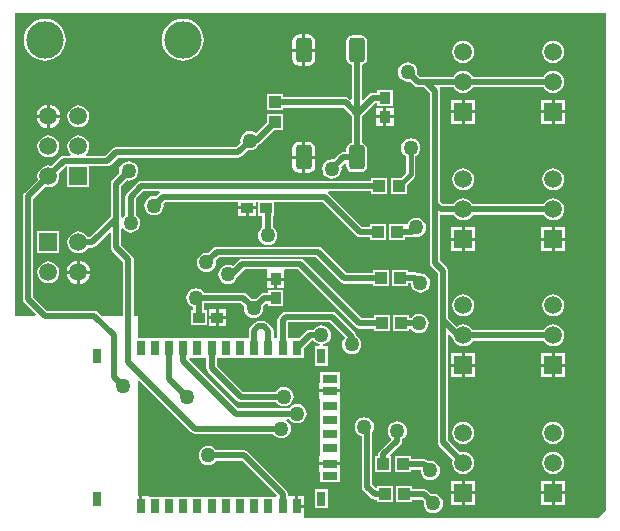
<source format=gtl>
%FSLAX25Y25*%
%MOIN*%
G70*
G01*
G75*
G04 Layer_Physical_Order=1*
G04 Layer_Color=255*
%ADD10R,0.03937X0.03937*%
G04:AMPARAMS|DCode=11|XSize=83mil|YSize=55mil|CornerRadius=13.75mil|HoleSize=0mil|Usage=FLASHONLY|Rotation=90.000|XOffset=0mil|YOffset=0mil|HoleType=Round|Shape=RoundedRectangle|*
%AMROUNDEDRECTD11*
21,1,0.08300,0.02750,0,0,90.0*
21,1,0.05550,0.05500,0,0,90.0*
1,1,0.02750,0.01375,0.02775*
1,1,0.02750,0.01375,-0.02775*
1,1,0.02750,-0.01375,-0.02775*
1,1,0.02750,-0.01375,0.02775*
%
%ADD11ROUNDEDRECTD11*%
%ADD12R,0.03150X0.05118*%
%ADD13R,0.05118X0.03150*%
%ADD14R,0.03740X0.03937*%
%ADD15R,0.03937X0.03740*%
%ADD16R,0.03937X0.03937*%
%ADD17C,0.01500*%
%ADD18C,0.02000*%
%ADD19R,0.05906X0.05906*%
%ADD20C,0.05906*%
%ADD21C,0.12500*%
%ADD22C,0.05000*%
G36*
X345500Y137000D02*
Y136500D01*
X343000Y134000D01*
X245043D01*
Y134441D01*
X245043D01*
Y137500D01*
X242469D01*
Y138000D01*
X241968D01*
Y141559D01*
X239894D01*
Y141559D01*
X239831D01*
X239477Y141913D01*
Y142256D01*
X239346Y142919D01*
X238970Y143482D01*
X226226Y156226D01*
X225663Y156601D01*
X225000Y156733D01*
X215704D01*
X215282Y157282D01*
X214614Y157795D01*
X213835Y158118D01*
X213000Y158228D01*
X212165Y158118D01*
X211386Y157795D01*
X210718Y157282D01*
X210205Y156614D01*
X209882Y155835D01*
X209772Y155000D01*
X209882Y154165D01*
X210205Y153386D01*
X210718Y152718D01*
X211386Y152205D01*
X212165Y151882D01*
X213000Y151772D01*
X213835Y151882D01*
X214614Y152205D01*
X215282Y152718D01*
X215704Y153267D01*
X224282D01*
X235828Y141721D01*
X235636Y141259D01*
X235469Y141259D01*
X235382D01*
X235295D01*
X235116Y141259D01*
X235116Y141259D01*
Y141259D01*
X230924D01*
X230924Y141259D01*
Y141259D01*
X230745Y141259D01*
X230658D01*
X230570D01*
X230391Y141259D01*
X230391Y141259D01*
Y141259D01*
X226199D01*
X226199Y141259D01*
Y141259D01*
X226021Y141259D01*
X225933D01*
X225846D01*
X225667Y141259D01*
X225667Y141259D01*
Y141259D01*
X221475D01*
X221475Y141259D01*
Y141259D01*
X221296Y141259D01*
X221209D01*
X221121D01*
X220942Y141259D01*
X220942Y141259D01*
Y141259D01*
X216750D01*
X216750Y141259D01*
Y141259D01*
X216572Y141259D01*
X216484D01*
X216397D01*
X216218Y141259D01*
X216218Y141259D01*
Y141259D01*
X212026D01*
X212026Y141259D01*
Y141259D01*
X211847Y141259D01*
X211760D01*
X211672D01*
X211494Y141259D01*
X211494Y141259D01*
Y141259D01*
X207302D01*
X207302Y141259D01*
Y141259D01*
X207123Y141259D01*
X207035D01*
X206948D01*
X206769Y141259D01*
X206769Y141259D01*
Y141259D01*
X202577D01*
X202577Y141259D01*
Y141259D01*
X202398Y141259D01*
X202311D01*
X202224D01*
X202045Y141259D01*
X202045Y141259D01*
Y141259D01*
X197853D01*
X197853Y141259D01*
Y141259D01*
X197674Y141259D01*
X197587D01*
X197499D01*
X197320Y141259D01*
X197320Y141259D01*
Y141259D01*
X193075D01*
Y141559D01*
X191000D01*
Y138000D01*
X190000D01*
Y141559D01*
X189500D01*
Y179796D01*
X189962Y179987D01*
X207274Y162674D01*
X207274Y162674D01*
X207274D01*
X207274Y162674D01*
X207274D01*
X207274Y162674D01*
Y162674D01*
Y162674D01*
D01*
D01*
X207274D01*
Y162674D01*
X207837Y162299D01*
X208500Y162167D01*
X234697D01*
X235118Y161618D01*
X235786Y161105D01*
X236565Y160782D01*
X237400Y160672D01*
X238235Y160782D01*
X239014Y161105D01*
X239682Y161618D01*
X240195Y162286D01*
X240518Y163065D01*
X240628Y163900D01*
X240518Y164735D01*
X240195Y165514D01*
X239682Y166182D01*
X239016Y166693D01*
X239032Y166738D01*
X239209Y167167D01*
X239896D01*
X240318Y166618D01*
X240986Y166105D01*
X241765Y165782D01*
X242600Y165672D01*
X243435Y165782D01*
X244214Y166105D01*
X244882Y166618D01*
X245395Y167286D01*
X245718Y168065D01*
X245828Y168900D01*
X245718Y169735D01*
X245395Y170514D01*
X244882Y171182D01*
X244214Y171695D01*
X243435Y172018D01*
X242600Y172128D01*
X241765Y172018D01*
X240986Y171695D01*
X240318Y171182D01*
X239896Y170633D01*
X222991D01*
X206590Y187035D01*
X206781Y187497D01*
X206948Y187497D01*
X207035D01*
X207123D01*
X207302Y187497D01*
X207302Y187497D01*
Y187497D01*
X211494D01*
X211494Y187497D01*
Y187497D01*
X211672Y187497D01*
X211760D01*
X211847D01*
X212026Y187497D01*
X212026Y187497D01*
Y187497D01*
X212389D01*
Y184100D01*
X212521Y183437D01*
X212896Y182874D01*
X212896Y182874D01*
X212896Y182874D01*
X222535Y173235D01*
X223098Y172860D01*
X223761Y172728D01*
X223761Y172728D01*
X235603D01*
X235918Y172318D01*
X236586Y171805D01*
X237365Y171482D01*
X238200Y171372D01*
X239035Y171482D01*
X239814Y171805D01*
X240482Y172318D01*
X240995Y172986D01*
X241318Y173765D01*
X241428Y174600D01*
X241318Y175435D01*
X240995Y176214D01*
X240482Y176882D01*
X239814Y177395D01*
X239035Y177718D01*
X238200Y177828D01*
X237365Y177718D01*
X236586Y177395D01*
X235918Y176882D01*
X235405Y176214D01*
X235397Y176194D01*
X224479D01*
X215855Y184818D01*
Y187497D01*
X216218D01*
X216218Y187497D01*
Y187497D01*
X216397Y187497D01*
X216484D01*
X216572D01*
X216750Y187497D01*
X216750Y187497D01*
Y187497D01*
X220942D01*
X220942Y187497D01*
Y187497D01*
X221121Y187497D01*
X221209D01*
X221296D01*
X221475Y187497D01*
X221475Y187497D01*
Y187497D01*
X225667D01*
X225667Y187497D01*
Y187497D01*
X225846Y187497D01*
X225933D01*
X226021D01*
X226199Y187497D01*
X226199Y187497D01*
Y187497D01*
X230570D01*
Y187497D01*
X230570D01*
X230570Y187497D01*
X230745D01*
Y187497D01*
X235116D01*
X235116Y187497D01*
Y187497D01*
X235295Y187497D01*
X235382D01*
X235469D01*
X235648Y187497D01*
X235648Y187497D01*
Y187497D01*
X239840D01*
X239840Y187497D01*
Y187497D01*
X240019Y187497D01*
X240106D01*
X240194D01*
X240372Y187497D01*
X240372Y187497D01*
Y187497D01*
X244743D01*
Y190579D01*
X247526Y193362D01*
X248025Y193330D01*
X248418Y192818D01*
X249086Y192305D01*
X249865Y191982D01*
X250074Y191955D01*
X250041Y191456D01*
X248461D01*
Y184938D01*
X253011D01*
Y191456D01*
X251359D01*
X251326Y191955D01*
X251535Y191982D01*
X252314Y192305D01*
X252982Y192818D01*
X253495Y193486D01*
X253818Y194265D01*
X253928Y195100D01*
X253818Y195935D01*
X253495Y196714D01*
X252982Y197382D01*
X252314Y197895D01*
X251535Y198218D01*
X250700Y198328D01*
X249865Y198218D01*
X249086Y197895D01*
X248418Y197382D01*
X247996Y196833D01*
X246813D01*
X246149Y196701D01*
X245587Y196326D01*
X243276Y194015D01*
X240372D01*
X240372Y194015D01*
Y194015D01*
X240194Y194015D01*
X240106D01*
X240019D01*
X239840Y194015D01*
X239840Y194015D01*
Y194015D01*
X239477D01*
Y199326D01*
X239618Y199467D01*
X253482D01*
X258527Y194422D01*
X258518Y194282D01*
X258005Y193614D01*
X257682Y192835D01*
X257572Y192000D01*
X257682Y191165D01*
X258005Y190386D01*
X258518Y189718D01*
X259186Y189205D01*
X259965Y188882D01*
X260800Y188772D01*
X261635Y188882D01*
X262414Y189205D01*
X263082Y189718D01*
X263595Y190386D01*
X263918Y191165D01*
X264028Y192000D01*
X263918Y192835D01*
X263595Y193614D01*
X263082Y194282D01*
X262509Y194722D01*
X262401Y195263D01*
X262026Y195826D01*
X255426Y202426D01*
X254863Y202801D01*
X254200Y202933D01*
X238900D01*
X238237Y202801D01*
X237674Y202426D01*
X236519Y201270D01*
X236143Y200707D01*
X236011Y200044D01*
Y194015D01*
X235648D01*
X235648Y194015D01*
Y194015D01*
X235469Y194015D01*
X235382D01*
X235295D01*
X235116Y194015D01*
X235116Y194015D01*
Y194015D01*
X234753D01*
Y196480D01*
X234621Y197144D01*
X234245Y197706D01*
X232726Y199226D01*
X232163Y199601D01*
X231500Y199733D01*
X229700D01*
X229037Y199601D01*
X228474Y199226D01*
X227070Y197821D01*
X226694Y197259D01*
X226562Y196595D01*
Y194015D01*
X226199D01*
X226199Y194015D01*
Y194015D01*
X226021Y194015D01*
X225933D01*
X225846D01*
X225667Y194015D01*
X225667Y194015D01*
Y194015D01*
X221475D01*
X221475Y194015D01*
Y194015D01*
X221296Y194015D01*
X221209D01*
X221121D01*
X220942Y194015D01*
X220942Y194015D01*
Y194015D01*
X216750D01*
X216750Y194015D01*
Y194015D01*
X216572Y194015D01*
X216484D01*
X216397D01*
X216218Y194015D01*
X216218Y194015D01*
Y194015D01*
X212026D01*
X212026Y194015D01*
Y194015D01*
X211847Y194015D01*
X211760D01*
X211672D01*
X211494Y194015D01*
X211494Y194015D01*
Y194015D01*
X207302D01*
X207302Y194015D01*
Y194015D01*
X207123Y194015D01*
X207035D01*
X206948D01*
X206769Y194015D01*
X206769Y194015D01*
Y194015D01*
X202577D01*
X202577Y194015D01*
Y194015D01*
X202398Y194015D01*
X202311D01*
X202224D01*
X202045Y194015D01*
X202045Y194015D01*
Y194015D01*
X197853D01*
X197853Y194015D01*
Y194015D01*
X197674Y194015D01*
X197587D01*
X197499D01*
X197320Y194015D01*
X197320Y194015D01*
Y194015D01*
X193128D01*
X193128Y194015D01*
Y194015D01*
X192950Y194015D01*
X192862D01*
X192775D01*
X192596Y194015D01*
X192596Y194015D01*
Y194015D01*
X189500D01*
Y201500D01*
X188133D01*
Y220300D01*
X188133Y220300D01*
X188133Y220300D01*
Y220300D01*
X188133D01*
X188133Y220300D01*
X188001Y220963D01*
X187626Y221526D01*
X183933Y225218D01*
Y230593D01*
X184407Y230753D01*
X184818Y230218D01*
X185486Y229705D01*
X186265Y229382D01*
X187100Y229272D01*
X187935Y229382D01*
X188714Y229705D01*
X189382Y230218D01*
X189895Y230886D01*
X190218Y231665D01*
X190328Y232500D01*
X190218Y233335D01*
X189895Y234114D01*
X189382Y234782D01*
X188833Y235204D01*
Y240482D01*
X191318Y242967D01*
X196623D01*
X196768Y242488D01*
X196674Y242426D01*
X195586Y241337D01*
X194900Y241428D01*
X194065Y241318D01*
X193286Y240995D01*
X192618Y240482D01*
X192105Y239814D01*
X191782Y239035D01*
X191672Y238200D01*
X191782Y237365D01*
X192105Y236586D01*
X192618Y235918D01*
X193286Y235405D01*
X194065Y235082D01*
X194900Y234972D01*
X195735Y235082D01*
X196514Y235405D01*
X197182Y235918D01*
X197695Y236586D01*
X198018Y237365D01*
X198128Y238200D01*
X198037Y238886D01*
X198618Y239467D01*
X222982D01*
Y238000D01*
X228919D01*
Y239467D01*
X229581D01*
Y234930D01*
X231067D01*
Y231003D01*
X230518Y230582D01*
X230005Y229914D01*
X229682Y229135D01*
X229572Y228300D01*
X229682Y227465D01*
X230005Y226686D01*
X230518Y226018D01*
X231186Y225505D01*
X231965Y225182D01*
X232800Y225072D01*
X233635Y225182D01*
X234414Y225505D01*
X235082Y226018D01*
X235595Y226686D01*
X235918Y227465D01*
X236028Y228300D01*
X235918Y229135D01*
X235595Y229914D01*
X235082Y230582D01*
X234533Y231003D01*
Y234930D01*
X234918D01*
Y239467D01*
X251082D01*
X262308Y228241D01*
X262308Y228241D01*
X262308D01*
X262308Y228241D01*
X262308D01*
X262308Y228241D01*
Y228241D01*
Y228241D01*
D01*
D01*
X262308D01*
Y228241D01*
X262870Y227865D01*
X263533Y227733D01*
X266883D01*
Y226798D01*
X272220D01*
Y232135D01*
X266883D01*
Y231200D01*
X264251D01*
X253026Y242426D01*
X252932Y242488D01*
X253077Y242967D01*
X267384D01*
Y242032D01*
X272721D01*
Y247369D01*
X267384D01*
Y246433D01*
X190600D01*
X189937Y246301D01*
X189374Y245926D01*
X185874Y242426D01*
X185499Y241863D01*
X185367Y241200D01*
Y235204D01*
X184818Y234782D01*
X184407Y234247D01*
X183933Y234407D01*
Y244782D01*
X185814Y246663D01*
X186500Y246572D01*
X187335Y246682D01*
X188114Y247005D01*
X188782Y247518D01*
X189295Y248186D01*
X189618Y248965D01*
X189728Y249800D01*
X189618Y250635D01*
X189295Y251414D01*
X188782Y252082D01*
X188114Y252595D01*
X187335Y252918D01*
X186500Y253028D01*
X185665Y252918D01*
X184886Y252595D01*
X184218Y252082D01*
X183705Y251414D01*
X183382Y250635D01*
X183272Y249800D01*
X183363Y249114D01*
X180974Y246726D01*
X180599Y246163D01*
X180467Y245500D01*
Y234518D01*
X173682Y227733D01*
X172936D01*
X172891Y227842D01*
X172305Y228605D01*
X171542Y229191D01*
X170654Y229559D01*
X169700Y229684D01*
X168746Y229559D01*
X167858Y229191D01*
X167095Y228605D01*
X166509Y227842D01*
X166141Y226954D01*
X166016Y226000D01*
X166141Y225046D01*
X166509Y224158D01*
X167095Y223395D01*
X167858Y222809D01*
X168746Y222441D01*
X169700Y222316D01*
X170654Y222441D01*
X171542Y222809D01*
X172305Y223395D01*
X172891Y224158D01*
X172936Y224267D01*
X174400D01*
X175063Y224399D01*
X175626Y224774D01*
X180005Y229153D01*
X180467Y228962D01*
Y224500D01*
X180599Y223837D01*
X180974Y223274D01*
X180974Y223274D01*
X180974Y223274D01*
X184667Y219582D01*
Y201500D01*
X177451D01*
X176226Y202726D01*
X175663Y203101D01*
X175000Y203233D01*
X159218D01*
X154733Y207718D01*
Y240582D01*
X158638Y244486D01*
X158746Y244441D01*
X159700Y244316D01*
X160654Y244441D01*
X161542Y244809D01*
X162305Y245395D01*
X162891Y246158D01*
X163259Y247046D01*
X163384Y248000D01*
X163259Y248954D01*
X163214Y249062D01*
X165518Y251367D01*
X166047D01*
Y244347D01*
X173353D01*
Y251367D01*
X179200D01*
X179863Y251499D01*
X180426Y251874D01*
X180426Y251874D01*
X180426Y251874D01*
X182818Y254267D01*
X223000D01*
X223663Y254399D01*
X224226Y254774D01*
X224226Y254774D01*
X224226Y254774D01*
X226214Y256763D01*
X226900Y256672D01*
X227735Y256782D01*
X228514Y257105D01*
X229182Y257618D01*
X229695Y258286D01*
X229734Y258381D01*
X230174Y258674D01*
X234983Y263484D01*
X237868D01*
Y268821D01*
X232531D01*
Y265935D01*
X228954Y262357D01*
X228514Y262695D01*
X227735Y263018D01*
X226900Y263128D01*
X226065Y263018D01*
X225286Y262695D01*
X224618Y262182D01*
X224105Y261514D01*
X223782Y260735D01*
X223672Y259900D01*
X223763Y259214D01*
X222282Y257733D01*
X182100D01*
X181437Y257601D01*
X180874Y257226D01*
X178482Y254833D01*
X172351D01*
X172190Y255307D01*
X172305Y255395D01*
X172891Y256158D01*
X173259Y257046D01*
X173384Y258000D01*
X173259Y258954D01*
X172891Y259842D01*
X172305Y260605D01*
X171542Y261191D01*
X170654Y261559D01*
X169700Y261684D01*
X168746Y261559D01*
X167858Y261191D01*
X167095Y260605D01*
X166509Y259842D01*
X166141Y258954D01*
X166016Y258000D01*
X166141Y257046D01*
X166509Y256158D01*
X167095Y255395D01*
X167210Y255307D01*
X167049Y254833D01*
X164800D01*
X164137Y254701D01*
X163574Y254326D01*
X160762Y251514D01*
X160654Y251559D01*
X159700Y251684D01*
X158746Y251559D01*
X157858Y251191D01*
X157095Y250605D01*
X156509Y249842D01*
X156141Y248954D01*
X156016Y248000D01*
X156141Y247046D01*
X156186Y246938D01*
X151774Y242526D01*
X151399Y241963D01*
X151267Y241300D01*
Y207000D01*
X151399Y206337D01*
X151774Y205774D01*
X151774Y205774D01*
X151774Y205774D01*
X151774Y205774D01*
Y205774D01*
X155587Y201962D01*
X155395Y201500D01*
X148500D01*
Y302500D01*
X345500D01*
Y137000D01*
D02*
G37*
%LPC*%
G36*
X283200Y202228D02*
X282365Y202118D01*
X281586Y201795D01*
X280918Y201282D01*
X280497Y200733D01*
X279917D01*
Y201669D01*
X274580D01*
Y196332D01*
X279917D01*
Y197267D01*
X280497D01*
X280918Y196718D01*
X281586Y196205D01*
X282365Y195882D01*
X283200Y195772D01*
X284035Y195882D01*
X284814Y196205D01*
X285482Y196718D01*
X285995Y197386D01*
X286318Y198165D01*
X286428Y199000D01*
X286318Y199835D01*
X285995Y200614D01*
X285482Y201282D01*
X284814Y201795D01*
X284035Y202118D01*
X283200Y202228D01*
D02*
G37*
G36*
X219018Y200400D02*
X216550D01*
Y198030D01*
X219018D01*
Y200400D01*
D02*
G37*
G36*
X215550Y203770D02*
X213081D01*
Y201400D01*
X215550D01*
Y203770D01*
D02*
G37*
G36*
X328000Y208684D02*
X327046Y208559D01*
X326158Y208191D01*
X325395Y207605D01*
X324809Y206842D01*
X324441Y205954D01*
X324316Y205000D01*
X324441Y204046D01*
X324809Y203158D01*
X325395Y202395D01*
X326158Y201809D01*
X327046Y201441D01*
X328000Y201316D01*
X328954Y201441D01*
X329842Y201809D01*
X330605Y202395D01*
X331191Y203158D01*
X331559Y204046D01*
X331684Y205000D01*
X331559Y205954D01*
X331191Y206842D01*
X330605Y207605D01*
X329842Y208191D01*
X328954Y208559D01*
X328000Y208684D01*
D02*
G37*
G36*
X298000D02*
X297046Y208559D01*
X296158Y208191D01*
X295395Y207605D01*
X294809Y206842D01*
X294441Y205954D01*
X294316Y205000D01*
X294441Y204046D01*
X294809Y203158D01*
X295395Y202395D01*
X296158Y201809D01*
X297046Y201441D01*
X298000Y201316D01*
X298954Y201441D01*
X299842Y201809D01*
X300605Y202395D01*
X301191Y203158D01*
X301559Y204046D01*
X301684Y205000D01*
X301559Y205954D01*
X301191Y206842D01*
X300605Y207605D01*
X299842Y208191D01*
X298954Y208559D01*
X298000Y208684D01*
D02*
G37*
G36*
X301953Y188953D02*
X298500D01*
Y185500D01*
X301953D01*
Y188953D01*
D02*
G37*
G36*
X297500D02*
X294047D01*
Y185500D01*
X297500D01*
Y188953D01*
D02*
G37*
G36*
X327500D02*
X324047D01*
Y185500D01*
X327500D01*
Y188953D01*
D02*
G37*
G36*
X215550Y200400D02*
X213081D01*
Y198030D01*
X215550D01*
Y200400D01*
D02*
G37*
G36*
X331953Y188953D02*
X328500D01*
Y185500D01*
X331953D01*
Y188953D01*
D02*
G37*
G36*
X219018Y203770D02*
X216550D01*
Y201400D01*
X219018D01*
Y203770D01*
D02*
G37*
G36*
X169200Y219921D02*
X168668Y219851D01*
X167707Y219453D01*
X166881Y218819D01*
X166247Y217993D01*
X165849Y217032D01*
X165779Y216500D01*
X169200D01*
Y219921D01*
D02*
G37*
G36*
X159700Y219684D02*
X158746Y219559D01*
X157858Y219191D01*
X157095Y218605D01*
X156509Y217842D01*
X156141Y216954D01*
X156016Y216000D01*
X156141Y215046D01*
X156509Y214158D01*
X157095Y213395D01*
X157858Y212809D01*
X158746Y212441D01*
X159700Y212316D01*
X160654Y212441D01*
X161542Y212809D01*
X162305Y213395D01*
X162891Y214158D01*
X163259Y215046D01*
X163384Y216000D01*
X163259Y216954D01*
X162891Y217842D01*
X162305Y218605D01*
X161542Y219191D01*
X160654Y219559D01*
X159700Y219684D01*
D02*
G37*
G36*
X170200Y219921D02*
Y216500D01*
X173621D01*
X173551Y217032D01*
X173153Y217993D01*
X172519Y218819D01*
X171693Y219453D01*
X170732Y219851D01*
X170200Y219921D01*
D02*
G37*
G36*
X163353Y229653D02*
X156047D01*
Y222347D01*
X163353D01*
Y229653D01*
D02*
G37*
G36*
X243600Y220533D02*
X224400D01*
X223737Y220401D01*
X223174Y220026D01*
X221231Y218082D01*
X221214Y218095D01*
X220435Y218418D01*
X219600Y218528D01*
X218765Y218418D01*
X217986Y218095D01*
X217318Y217582D01*
X216805Y216914D01*
X216482Y216135D01*
X216372Y215300D01*
X216482Y214465D01*
X216805Y213686D01*
X217318Y213018D01*
X217986Y212505D01*
X218765Y212182D01*
X219600Y212072D01*
X220435Y212182D01*
X221214Y212505D01*
X221882Y213018D01*
X222395Y213686D01*
X222718Y214465D01*
X222748Y214697D01*
X225118Y217067D01*
X232630D01*
Y216618D01*
X232630D01*
Y214150D01*
X238370D01*
Y216618D01*
X238370D01*
Y216713D01*
X238724Y217067D01*
X242882D01*
X262174Y197774D01*
X262174Y197774D01*
X262174D01*
X262174Y197774D01*
X262174D01*
X262174Y197774D01*
Y197774D01*
Y197774D01*
D01*
D01*
X262174D01*
Y197774D01*
X262737Y197399D01*
X263400Y197267D01*
X268084D01*
Y196332D01*
X273421D01*
Y201669D01*
X268084D01*
Y200733D01*
X264118D01*
X244826Y220026D01*
X244263Y220401D01*
X243600Y220533D01*
D02*
G37*
G36*
X173621Y215500D02*
X170200D01*
Y212079D01*
X170732Y212149D01*
X171693Y212547D01*
X172519Y213181D01*
X173153Y214007D01*
X173551Y214968D01*
X173621Y215500D01*
D02*
G37*
G36*
X279716Y216902D02*
X274379D01*
Y211565D01*
X279716D01*
Y212500D01*
X280472D01*
X280472Y212500D01*
X280582Y211665D01*
X280905Y210886D01*
X281418Y210218D01*
X282086Y209705D01*
X282865Y209382D01*
X283700Y209272D01*
X284535Y209382D01*
X285314Y209705D01*
X285982Y210218D01*
X286495Y210886D01*
X286818Y211665D01*
X286928Y212500D01*
X286818Y213335D01*
X286495Y214114D01*
X285982Y214782D01*
X285314Y215295D01*
X284535Y215618D01*
X283700Y215728D01*
X282940Y215628D01*
X282630Y215835D01*
X281967Y215967D01*
X279716D01*
Y216902D01*
D02*
G37*
G36*
X208900Y210728D02*
X208065Y210618D01*
X207286Y210295D01*
X206618Y209782D01*
X206105Y209114D01*
X205782Y208335D01*
X205672Y207500D01*
X205782Y206665D01*
X206105Y205886D01*
X206618Y205218D01*
X207286Y204705D01*
X208017Y204402D01*
Y203470D01*
X207082D01*
Y198330D01*
X212419D01*
Y203470D01*
X211484D01*
Y205611D01*
X211603Y205767D01*
X223882D01*
X224963Y204686D01*
X224872Y204000D01*
X224982Y203165D01*
X225305Y202386D01*
X225818Y201718D01*
X226486Y201205D01*
X227265Y200882D01*
X228100Y200772D01*
X228935Y200882D01*
X229714Y201205D01*
X230382Y201718D01*
X230895Y202386D01*
X231218Y203165D01*
X231328Y204000D01*
X231237Y204686D01*
X232168Y205617D01*
X232930D01*
Y204682D01*
X238070D01*
Y210019D01*
X232930D01*
Y209084D01*
X231450D01*
X230787Y208952D01*
X230225Y208576D01*
X228786Y207137D01*
X228100Y207228D01*
X227414Y207137D01*
X225826Y208726D01*
X225263Y209101D01*
X224600Y209233D01*
X211603D01*
X211182Y209782D01*
X210514Y210295D01*
X209735Y210618D01*
X208900Y210728D01*
D02*
G37*
G36*
X235000Y213150D02*
X232630D01*
Y210681D01*
X235000D01*
Y213150D01*
D02*
G37*
G36*
X169200Y215500D02*
X165779D01*
X165849Y214968D01*
X166247Y214007D01*
X166881Y213181D01*
X167707Y212547D01*
X168668Y212149D01*
X169200Y212079D01*
Y215500D01*
D02*
G37*
G36*
X238370Y213150D02*
X236000D01*
Y210681D01*
X238370D01*
Y213150D01*
D02*
G37*
G36*
X331953Y184500D02*
X328500D01*
Y181047D01*
X331953D01*
Y184500D01*
D02*
G37*
G36*
X265000Y167728D02*
X264165Y167618D01*
X263386Y167295D01*
X262718Y166782D01*
X262205Y166114D01*
X261882Y165335D01*
X261772Y164500D01*
X261882Y163665D01*
X262205Y162886D01*
X262718Y162218D01*
X263386Y161705D01*
X264165Y161382D01*
X264167Y161382D01*
Y144600D01*
X264299Y143937D01*
X264674Y143374D01*
X264674Y143374D01*
X264674Y143374D01*
D01*
X264674D01*
Y143374D01*
D01*
X267274Y140774D01*
X267274Y140774D01*
X267650Y140523D01*
X267837Y140399D01*
X268500Y140267D01*
X268500Y140267D01*
X269232D01*
Y139331D01*
X274569D01*
Y144668D01*
X269232D01*
Y144373D01*
X268770Y144182D01*
X267633Y145318D01*
Y162675D01*
X267795Y162886D01*
X268118Y163665D01*
X268228Y164500D01*
X268118Y165335D01*
X267795Y166114D01*
X267282Y166782D01*
X266614Y167295D01*
X265835Y167618D01*
X265000Y167728D01*
D02*
G37*
G36*
X331953Y142000D02*
X328500D01*
Y138547D01*
X331953D01*
Y142000D01*
D02*
G37*
G36*
X297500Y146453D02*
X294047D01*
Y143000D01*
X297500D01*
Y146453D01*
D02*
G37*
G36*
X327500D02*
X324047D01*
Y143000D01*
X327500D01*
Y146453D01*
D02*
G37*
G36*
X301953D02*
X298500D01*
Y143000D01*
X301953D01*
Y146453D01*
D02*
G37*
G36*
X327500Y142000D02*
X324047D01*
Y138547D01*
X327500D01*
Y142000D01*
D02*
G37*
G36*
X253011Y143818D02*
X248461D01*
Y137300D01*
X253011D01*
Y143818D01*
D02*
G37*
G36*
X281065Y144668D02*
X275728D01*
Y139331D01*
X281065D01*
Y140267D01*
X284282D01*
X284863Y139686D01*
X284772Y139000D01*
X284882Y138165D01*
X285205Y137386D01*
X285718Y136718D01*
X286386Y136205D01*
X287165Y135882D01*
X288000Y135772D01*
X288835Y135882D01*
X289614Y136205D01*
X290282Y136718D01*
X290795Y137386D01*
X291118Y138165D01*
X291228Y139000D01*
X291118Y139835D01*
X290795Y140614D01*
X290282Y141282D01*
X289614Y141795D01*
X288835Y142118D01*
X288000Y142228D01*
X287314Y142137D01*
X286226Y143226D01*
X285663Y143601D01*
X285000Y143733D01*
X281065D01*
Y144668D01*
D02*
G37*
G36*
X245043Y141559D02*
X242969D01*
Y138500D01*
X245043D01*
Y141559D01*
D02*
G37*
G36*
X301953Y142000D02*
X298500D01*
Y138547D01*
X301953D01*
Y142000D01*
D02*
G37*
G36*
X297500D02*
X294047D01*
Y138547D01*
X297500D01*
Y142000D01*
D02*
G37*
G36*
X331953Y146453D02*
X328500D01*
Y143000D01*
X331953D01*
Y146453D01*
D02*
G37*
G36*
X256751Y182794D02*
X250233D01*
Y179157D01*
X249933D01*
Y177083D01*
X257051D01*
Y179157D01*
X256751D01*
Y182794D01*
D02*
G37*
G36*
X257051Y176083D02*
X249933D01*
Y174093D01*
X249933Y174093D01*
X249933D01*
X249933Y174008D01*
X250233Y173739D01*
X250233Y173654D01*
X250233Y173654D01*
X250233D01*
Y169369D01*
X250233Y169369D01*
X250233D01*
X250233Y169190D01*
Y169102D01*
Y169015D01*
X250233Y168836D01*
X250233Y168836D01*
X250233D01*
Y164644D01*
X250233Y164644D01*
X250233D01*
X250233Y164465D01*
Y164378D01*
Y164291D01*
X250233Y164112D01*
X250233Y164112D01*
X250233D01*
Y159920D01*
X250233Y159920D01*
X250233D01*
X250233Y159741D01*
Y159653D01*
Y159566D01*
X250233Y159387D01*
X250233Y159387D01*
X250233D01*
Y155102D01*
X250233Y155102D01*
X250233D01*
X250233Y155017D01*
X249933Y154748D01*
X249933Y154663D01*
X249933Y154663D01*
X249933D01*
Y152673D01*
X257051D01*
Y154663D01*
X257051Y154663D01*
D01*
D01*
X257051Y154663D01*
X257051Y154748D01*
X256988Y154805D01*
X256988Y154805D01*
X256802Y154971D01*
X256751Y155017D01*
X256751Y155102D01*
X256751Y155102D01*
X256751D01*
Y159387D01*
X256751Y159387D01*
D01*
D01*
X256751Y159566D01*
Y159588D01*
Y159653D01*
X256751Y159741D01*
D01*
X256751Y159920D01*
X256751Y159920D01*
X256751D01*
Y164112D01*
X256751Y164112D01*
D01*
D01*
X256751Y164291D01*
Y164312D01*
Y164378D01*
X256751Y164465D01*
D01*
X256751Y164644D01*
X256751Y164644D01*
X256751D01*
Y168836D01*
X256751Y168836D01*
D01*
D01*
X256751Y169015D01*
Y169037D01*
Y169102D01*
X256751Y169190D01*
D01*
X256751Y169369D01*
X256751Y169369D01*
X256751D01*
Y173654D01*
D01*
D01*
D01*
X256751Y173654D01*
D01*
X257051Y174008D01*
X257051Y174008D01*
D01*
X257051Y174008D01*
X257051Y174008D01*
X257051Y174093D01*
X257051Y174093D01*
X257051D01*
Y176083D01*
D02*
G37*
G36*
X297500Y184500D02*
X294047D01*
Y181047D01*
X297500D01*
Y184500D01*
D02*
G37*
G36*
X327500D02*
X324047D01*
Y181047D01*
X327500D01*
Y184500D01*
D02*
G37*
G36*
X301953D02*
X298500D01*
Y181047D01*
X301953D01*
Y184500D01*
D02*
G37*
G36*
X328000Y166184D02*
X327046Y166059D01*
X326158Y165691D01*
X325395Y165105D01*
X324809Y164342D01*
X324441Y163454D01*
X324316Y162500D01*
X324441Y161546D01*
X324809Y160658D01*
X325395Y159895D01*
X326158Y159309D01*
X327046Y158941D01*
X328000Y158816D01*
X328954Y158941D01*
X329842Y159309D01*
X330605Y159895D01*
X331191Y160658D01*
X331559Y161546D01*
X331684Y162500D01*
X331559Y163454D01*
X331191Y164342D01*
X330605Y165105D01*
X329842Y165691D01*
X328954Y166059D01*
X328000Y166184D01*
D02*
G37*
G36*
X280565Y154668D02*
X275228D01*
Y149331D01*
X280565D01*
Y150267D01*
X283539D01*
X283772Y150000D01*
X283882Y149165D01*
X284205Y148386D01*
X284718Y147718D01*
X285386Y147205D01*
X286165Y146882D01*
X287000Y146772D01*
X287835Y146882D01*
X288614Y147205D01*
X289282Y147718D01*
X289795Y148386D01*
X290118Y149165D01*
X290228Y150000D01*
X290118Y150835D01*
X289795Y151614D01*
X289282Y152282D01*
X288614Y152795D01*
X287835Y153118D01*
X287000Y153228D01*
X286314Y153137D01*
X286226Y153226D01*
X285663Y153601D01*
X285000Y153733D01*
X280565D01*
Y154668D01*
D02*
G37*
G36*
X257051Y151673D02*
X249933D01*
Y149598D01*
X250233D01*
Y145961D01*
X256751D01*
Y149598D01*
X257051D01*
Y151673D01*
D02*
G37*
G36*
X328000Y156184D02*
X327046Y156059D01*
X326158Y155691D01*
X325395Y155105D01*
X324809Y154342D01*
X324441Y153454D01*
X324316Y152500D01*
X324441Y151546D01*
X324809Y150658D01*
X325395Y149895D01*
X326158Y149309D01*
X327046Y148941D01*
X328000Y148816D01*
X328954Y148941D01*
X329842Y149309D01*
X330605Y149895D01*
X331191Y150658D01*
X331559Y151546D01*
X331684Y152500D01*
X331559Y153454D01*
X331191Y154342D01*
X330605Y155105D01*
X329842Y155691D01*
X328954Y156059D01*
X328000Y156184D01*
D02*
G37*
G36*
X298000Y166184D02*
X297046Y166059D01*
X296158Y165691D01*
X295395Y165105D01*
X294809Y164342D01*
X294441Y163454D01*
X294316Y162500D01*
X294441Y161546D01*
X294809Y160658D01*
X295395Y159895D01*
X296158Y159309D01*
X297046Y158941D01*
X298000Y158816D01*
X298954Y158941D01*
X299842Y159309D01*
X300605Y159895D01*
X301191Y160658D01*
X301559Y161546D01*
X301684Y162500D01*
X301559Y163454D01*
X301191Y164342D01*
X300605Y165105D01*
X299842Y165691D01*
X298954Y166059D01*
X298000Y166184D01*
D02*
G37*
G36*
X276000Y166328D02*
X275165Y166218D01*
X274386Y165895D01*
X273718Y165382D01*
X273205Y164714D01*
X272882Y163935D01*
X272772Y163100D01*
X272882Y162265D01*
X273205Y161486D01*
X273718Y160818D01*
X273841Y160723D01*
X273873Y160224D01*
X270174Y156526D01*
X269799Y155963D01*
X269667Y155300D01*
Y154668D01*
X268731D01*
Y149331D01*
X274068D01*
Y154668D01*
X273873D01*
X273682Y155130D01*
X277226Y158674D01*
X277226Y158674D01*
X277226Y158674D01*
X277601Y159237D01*
X277733Y159900D01*
Y160397D01*
X278282Y160818D01*
X278795Y161486D01*
X279118Y162265D01*
X279228Y163100D01*
X279118Y163935D01*
X278795Y164714D01*
X278282Y165382D01*
X277614Y165895D01*
X276835Y166218D01*
X276000Y166328D01*
D02*
G37*
G36*
X249600Y224533D02*
X215900D01*
X215237Y224401D01*
X214674Y224026D01*
X213086Y222437D01*
X212400Y222528D01*
X211565Y222418D01*
X210786Y222095D01*
X210118Y221582D01*
X209605Y220914D01*
X209282Y220135D01*
X209172Y219300D01*
X209282Y218465D01*
X209605Y217686D01*
X210118Y217018D01*
X210786Y216505D01*
X211565Y216182D01*
X212400Y216072D01*
X213235Y216182D01*
X214014Y216505D01*
X214682Y217018D01*
X215195Y217686D01*
X215518Y218465D01*
X215628Y219300D01*
X215537Y219986D01*
X216618Y221067D01*
X248882D01*
X257174Y212774D01*
X257174Y212774D01*
X257174D01*
X257174Y212774D01*
X257174D01*
X257174Y212774D01*
Y212774D01*
Y212774D01*
D01*
D01*
X257174D01*
Y212774D01*
X257737Y212399D01*
X258400Y212267D01*
X267883D01*
Y211565D01*
X273220D01*
Y216902D01*
X267883D01*
Y215733D01*
X259118D01*
X250826Y224026D01*
X250263Y224401D01*
X249600Y224533D01*
D02*
G37*
G36*
X159200Y271921D02*
X158668Y271851D01*
X157707Y271453D01*
X156881Y270819D01*
X156247Y269993D01*
X155849Y269032D01*
X155779Y268500D01*
X159200D01*
Y271921D01*
D02*
G37*
G36*
X274770Y270819D02*
X272400D01*
Y268350D01*
X274770D01*
Y270819D01*
D02*
G37*
G36*
X160200Y271921D02*
Y268500D01*
X163621D01*
X163551Y269032D01*
X163153Y269993D01*
X162519Y270819D01*
X161693Y271453D01*
X160732Y271851D01*
X160200Y271921D01*
D02*
G37*
G36*
X301953Y273453D02*
X298500D01*
Y270000D01*
X301953D01*
Y273453D01*
D02*
G37*
G36*
X297500D02*
X294047D01*
Y270000D01*
X297500D01*
Y273453D01*
D02*
G37*
G36*
X271400Y270819D02*
X269030D01*
Y268350D01*
X271400D01*
Y270819D01*
D02*
G37*
G36*
X297500Y269000D02*
X294047D01*
Y265547D01*
X297500D01*
Y269000D01*
D02*
G37*
G36*
X274770Y267350D02*
X272400D01*
Y264882D01*
X274770D01*
Y267350D01*
D02*
G37*
G36*
X301953Y269000D02*
X298500D01*
Y265547D01*
X301953D01*
Y269000D01*
D02*
G37*
G36*
X331953D02*
X328500D01*
Y265547D01*
X331953D01*
Y269000D01*
D02*
G37*
G36*
X327500D02*
X324047D01*
Y265547D01*
X327500D01*
Y269000D01*
D02*
G37*
G36*
Y273453D02*
X324047D01*
Y270000D01*
X327500D01*
Y273453D01*
D02*
G37*
G36*
X158500Y300484D02*
X157138Y300349D01*
X155827Y299952D01*
X154620Y299307D01*
X153562Y298438D01*
X152693Y297380D01*
X152048Y296172D01*
X151651Y294862D01*
X151516Y293500D01*
X151651Y292138D01*
X152048Y290827D01*
X152693Y289620D01*
X153562Y288562D01*
X154620Y287693D01*
X155827Y287048D01*
X157138Y286651D01*
X158500Y286516D01*
X159862Y286651D01*
X161172Y287048D01*
X162380Y287693D01*
X163438Y288562D01*
X164307Y289620D01*
X164952Y290827D01*
X165349Y292138D01*
X165484Y293500D01*
X165349Y294862D01*
X164952Y296172D01*
X164307Y297380D01*
X163438Y298438D01*
X162380Y299307D01*
X161172Y299952D01*
X159862Y300349D01*
X158500Y300484D01*
D02*
G37*
G36*
X328000Y293184D02*
X327046Y293059D01*
X326158Y292691D01*
X325395Y292105D01*
X324809Y291342D01*
X324441Y290454D01*
X324316Y289500D01*
X324441Y288546D01*
X324809Y287658D01*
X325395Y286895D01*
X326158Y286309D01*
X327046Y285941D01*
X328000Y285816D01*
X328954Y285941D01*
X329842Y286309D01*
X330605Y286895D01*
X331191Y287658D01*
X331559Y288546D01*
X331684Y289500D01*
X331559Y290454D01*
X331191Y291342D01*
X330605Y292105D01*
X329842Y292691D01*
X328954Y293059D01*
X328000Y293184D01*
D02*
G37*
G36*
X204500Y300484D02*
X203138Y300349D01*
X201828Y299952D01*
X200620Y299307D01*
X199562Y298438D01*
X198693Y297380D01*
X198048Y296172D01*
X197651Y294862D01*
X197516Y293500D01*
X197651Y292138D01*
X198048Y290827D01*
X198693Y289620D01*
X199562Y288562D01*
X200620Y287693D01*
X201828Y287048D01*
X203138Y286651D01*
X204500Y286516D01*
X205862Y286651D01*
X207172Y287048D01*
X208380Y287693D01*
X209438Y288562D01*
X210307Y289620D01*
X210952Y290827D01*
X211349Y292138D01*
X211484Y293500D01*
X211349Y294862D01*
X210952Y296172D01*
X210307Y297380D01*
X209438Y298438D01*
X208380Y299307D01*
X207172Y299952D01*
X205862Y300349D01*
X204500Y300484D01*
D02*
G37*
G36*
X246175Y295297D02*
X245300D01*
Y290600D01*
X248597D01*
Y292875D01*
X248412Y293802D01*
X247887Y294587D01*
X247102Y295112D01*
X246175Y295297D01*
D02*
G37*
G36*
X244300D02*
X243425D01*
X242498Y295112D01*
X241713Y294587D01*
X241188Y293802D01*
X241003Y292875D01*
Y290600D01*
X244300D01*
Y295297D01*
D02*
G37*
G36*
X298000Y293184D02*
X297046Y293059D01*
X296158Y292691D01*
X295395Y292105D01*
X294809Y291342D01*
X294441Y290454D01*
X294316Y289500D01*
X294441Y288546D01*
X294809Y287658D01*
X295395Y286895D01*
X296158Y286309D01*
X297046Y285941D01*
X298000Y285816D01*
X298954Y285941D01*
X299842Y286309D01*
X300605Y286895D01*
X301191Y287658D01*
X301559Y288546D01*
X301684Y289500D01*
X301559Y290454D01*
X301191Y291342D01*
X300605Y292105D01*
X299842Y292691D01*
X298954Y293059D01*
X298000Y293184D01*
D02*
G37*
G36*
X263875Y294991D02*
X261125D01*
X260315Y294830D01*
X259629Y294371D01*
X259170Y293685D01*
X259009Y292875D01*
Y287325D01*
X259170Y286515D01*
X259629Y285829D01*
X260315Y285370D01*
X260767Y285281D01*
Y273738D01*
X260305Y273547D01*
X259978Y273874D01*
X259415Y274249D01*
X258752Y274381D01*
X237868D01*
Y275317D01*
X232531D01*
Y269980D01*
X237868D01*
Y270915D01*
X258034D01*
X260767Y268182D01*
Y259119D01*
X260315Y259030D01*
X259629Y258571D01*
X259170Y257885D01*
X259009Y257075D01*
Y256033D01*
X258000D01*
X257337Y255901D01*
X256774Y255526D01*
X254886Y253637D01*
X254200Y253728D01*
X253365Y253618D01*
X252586Y253295D01*
X251918Y252782D01*
X251405Y252114D01*
X251082Y251335D01*
X250972Y250500D01*
X251082Y249665D01*
X251405Y248886D01*
X251918Y248218D01*
X252586Y247705D01*
X253365Y247382D01*
X254200Y247272D01*
X255035Y247382D01*
X255814Y247705D01*
X256482Y248218D01*
X256995Y248886D01*
X257318Y249665D01*
X257428Y250500D01*
X257337Y251186D01*
X258547Y252396D01*
X259009Y252205D01*
Y251525D01*
X259170Y250715D01*
X259629Y250029D01*
X260315Y249570D01*
X261125Y249409D01*
X263875D01*
X264685Y249570D01*
X265371Y250029D01*
X265830Y250715D01*
X265991Y251525D01*
Y257075D01*
X265830Y257885D01*
X265371Y258571D01*
X264685Y259030D01*
X264233Y259119D01*
Y268182D01*
X268468Y272416D01*
X269330D01*
Y271481D01*
X274470D01*
Y276818D01*
X269330D01*
Y275883D01*
X267750D01*
X267086Y275751D01*
X266524Y275375D01*
X264695Y273547D01*
X264233Y273738D01*
Y285281D01*
X264685Y285370D01*
X265371Y285829D01*
X265830Y286515D01*
X265991Y287325D01*
Y292875D01*
X265830Y293685D01*
X265371Y294371D01*
X264685Y294830D01*
X263875Y294991D01*
D02*
G37*
G36*
X331953Y273453D02*
X328500D01*
Y270000D01*
X331953D01*
Y273453D01*
D02*
G37*
G36*
X279500Y286028D02*
X278665Y285918D01*
X277886Y285595D01*
X277218Y285082D01*
X276705Y284414D01*
X276382Y283635D01*
X276272Y282800D01*
X276382Y281965D01*
X276705Y281186D01*
X277218Y280518D01*
X277886Y280005D01*
X278665Y279682D01*
X279500Y279572D01*
X280186Y279663D01*
X281574Y278274D01*
X281574Y278274D01*
X282137Y277899D01*
X282800Y277767D01*
X284982D01*
X286867Y275882D01*
Y238900D01*
Y219000D01*
X286999Y218337D01*
X287374Y217774D01*
X287374Y217774D01*
X287374Y217774D01*
D01*
X287374D01*
Y217774D01*
D01*
X289467Y215682D01*
Y200000D01*
Y159300D01*
X289599Y158637D01*
X289974Y158074D01*
X289974Y158074D01*
X289974Y158074D01*
X294486Y153562D01*
X294441Y153454D01*
X294316Y152500D01*
X294441Y151546D01*
X294809Y150658D01*
X295395Y149895D01*
X296158Y149309D01*
X297046Y148941D01*
X298000Y148816D01*
X298954Y148941D01*
X299842Y149309D01*
X300605Y149895D01*
X301191Y150658D01*
X301559Y151546D01*
X301684Y152500D01*
X301559Y153454D01*
X301191Y154342D01*
X300605Y155105D01*
X299842Y155691D01*
X298954Y156059D01*
X298000Y156184D01*
X297046Y156059D01*
X296938Y156014D01*
X292933Y160018D01*
Y195162D01*
X293395Y195353D01*
X294402Y194347D01*
X294441Y194046D01*
X294809Y193158D01*
X295395Y192395D01*
X296158Y191809D01*
X297046Y191441D01*
X298000Y191316D01*
X298954Y191441D01*
X299842Y191809D01*
X300605Y192395D01*
X301191Y193158D01*
X301236Y193267D01*
X324764D01*
X324809Y193158D01*
X325395Y192395D01*
X326158Y191809D01*
X327046Y191441D01*
X328000Y191316D01*
X328954Y191441D01*
X329842Y191809D01*
X330605Y192395D01*
X331191Y193158D01*
X331559Y194046D01*
X331684Y195000D01*
X331559Y195954D01*
X331191Y196842D01*
X330605Y197605D01*
X329842Y198191D01*
X328954Y198559D01*
X328000Y198684D01*
X327046Y198559D01*
X326158Y198191D01*
X325395Y197605D01*
X324809Y196842D01*
X324764Y196733D01*
X301236D01*
X301191Y196842D01*
X300605Y197605D01*
X299842Y198191D01*
X298954Y198559D01*
X298000Y198684D01*
X297046Y198559D01*
X296158Y198191D01*
X295763Y197888D01*
X292933Y200718D01*
Y216400D01*
X292933Y216400D01*
X292801Y217063D01*
X292677Y217250D01*
X292426Y217626D01*
X292426Y217626D01*
X290333Y219718D01*
Y235130D01*
X290500Y235267D01*
X290500Y235267D01*
X294764D01*
X294809Y235158D01*
X295395Y234395D01*
X296158Y233809D01*
X297046Y233441D01*
X298000Y233316D01*
X298954Y233441D01*
X299842Y233809D01*
X300605Y234395D01*
X301191Y235158D01*
X301236Y235267D01*
X324764D01*
X324809Y235158D01*
X325395Y234395D01*
X326158Y233809D01*
X327046Y233441D01*
X328000Y233316D01*
X328954Y233441D01*
X329842Y233809D01*
X330605Y234395D01*
X331191Y235158D01*
X331559Y236046D01*
X331684Y237000D01*
X331559Y237954D01*
X331191Y238842D01*
X330605Y239605D01*
X329842Y240191D01*
X328954Y240559D01*
X328000Y240684D01*
X327046Y240559D01*
X326158Y240191D01*
X325395Y239605D01*
X324809Y238842D01*
X324764Y238733D01*
X301236D01*
X301191Y238842D01*
X300605Y239605D01*
X299842Y240191D01*
X298954Y240559D01*
X298000Y240684D01*
X297046Y240559D01*
X296158Y240191D01*
X295395Y239605D01*
X294809Y238842D01*
X294764Y238733D01*
X291218D01*
X290333Y239618D01*
Y276600D01*
X290201Y277263D01*
X290160Y277326D01*
X290395Y277767D01*
X294764D01*
X294809Y277658D01*
X295395Y276895D01*
X296158Y276309D01*
X297046Y275941D01*
X298000Y275816D01*
X298954Y275941D01*
X299842Y276309D01*
X300605Y276895D01*
X301191Y277658D01*
X301236Y277767D01*
X324764D01*
X324809Y277658D01*
X325395Y276895D01*
X326158Y276309D01*
X327046Y275941D01*
X328000Y275816D01*
X328954Y275941D01*
X329842Y276309D01*
X330605Y276895D01*
X331191Y277658D01*
X331559Y278546D01*
X331684Y279500D01*
X331559Y280454D01*
X331191Y281342D01*
X330605Y282105D01*
X329842Y282691D01*
X328954Y283059D01*
X328000Y283184D01*
X327046Y283059D01*
X326158Y282691D01*
X325395Y282105D01*
X324809Y281342D01*
X324764Y281233D01*
X301236D01*
X301191Y281342D01*
X300605Y282105D01*
X299842Y282691D01*
X298954Y283059D01*
X298000Y283184D01*
X297046Y283059D01*
X296158Y282691D01*
X295395Y282105D01*
X294809Y281342D01*
X294764Y281233D01*
X283518D01*
X282637Y282114D01*
X282728Y282800D01*
X282618Y283635D01*
X282295Y284414D01*
X281782Y285082D01*
X281114Y285595D01*
X280335Y285918D01*
X279500Y286028D01*
D02*
G37*
G36*
X248597Y289600D02*
X245300D01*
Y284904D01*
X246175D01*
X247102Y285088D01*
X247887Y285613D01*
X248412Y286398D01*
X248597Y287325D01*
Y289600D01*
D02*
G37*
G36*
X244300D02*
X241003D01*
Y287325D01*
X241188Y286398D01*
X241713Y285613D01*
X242498Y285088D01*
X243425Y284904D01*
X244300D01*
Y289600D01*
D02*
G37*
G36*
X331953Y230953D02*
X328500D01*
Y227500D01*
X331953D01*
Y230953D01*
D02*
G37*
G36*
X327500D02*
X324047D01*
Y227500D01*
X327500D01*
Y230953D01*
D02*
G37*
G36*
X282300Y234228D02*
X281465Y234118D01*
X280686Y233795D01*
X280018Y233282D01*
X279505Y232614D01*
X279207Y231895D01*
X278716Y231992D01*
Y232135D01*
X273379D01*
Y226798D01*
X278716D01*
Y227733D01*
X280767D01*
X281430Y227865D01*
X281459Y227885D01*
X281465Y227882D01*
X282300Y227772D01*
X283135Y227882D01*
X283914Y228205D01*
X284582Y228718D01*
X285095Y229386D01*
X285418Y230165D01*
X285528Y231000D01*
X285418Y231835D01*
X285095Y232614D01*
X284582Y233282D01*
X283914Y233795D01*
X283135Y234118D01*
X282300Y234228D01*
D02*
G37*
G36*
X228919Y237000D02*
X226450D01*
Y234630D01*
X228919D01*
Y237000D01*
D02*
G37*
G36*
X225450D02*
X222982D01*
Y234630D01*
X225450D01*
Y237000D01*
D02*
G37*
G36*
X301953Y230953D02*
X298500D01*
Y227500D01*
X301953D01*
Y230953D01*
D02*
G37*
G36*
Y226500D02*
X298500D01*
Y223047D01*
X301953D01*
Y226500D01*
D02*
G37*
G36*
X297500D02*
X294047D01*
Y223047D01*
X297500D01*
Y226500D01*
D02*
G37*
G36*
X327500D02*
X324047D01*
Y223047D01*
X327500D01*
Y226500D01*
D02*
G37*
G36*
X297500Y230953D02*
X294047D01*
Y227500D01*
X297500D01*
Y230953D01*
D02*
G37*
G36*
X331953Y226500D02*
X328500D01*
Y223047D01*
X331953D01*
Y226500D01*
D02*
G37*
G36*
X280500Y260728D02*
X279665Y260618D01*
X278886Y260295D01*
X278218Y259782D01*
X277705Y259114D01*
X277382Y258335D01*
X277272Y257500D01*
X277382Y256665D01*
X277705Y255886D01*
X278218Y255218D01*
X278886Y254705D01*
X279022Y254649D01*
Y249264D01*
X277126Y247369D01*
X273880D01*
Y242032D01*
X279217D01*
Y245278D01*
X281545Y247607D01*
X281866Y248086D01*
X281978Y248652D01*
Y254649D01*
X282114Y254705D01*
X282782Y255218D01*
X283295Y255886D01*
X283618Y256665D01*
X283728Y257500D01*
X283618Y258335D01*
X283295Y259114D01*
X282782Y259782D01*
X282114Y260295D01*
X281335Y260618D01*
X280500Y260728D01*
D02*
G37*
G36*
X159200Y267500D02*
X155779D01*
X155849Y266968D01*
X156247Y266007D01*
X156881Y265181D01*
X157707Y264547D01*
X158668Y264149D01*
X159200Y264079D01*
Y267500D01*
D02*
G37*
G36*
X246175Y259496D02*
X245300D01*
Y254800D01*
X248597D01*
Y257075D01*
X248412Y258002D01*
X247887Y258787D01*
X247102Y259312D01*
X246175Y259496D01*
D02*
G37*
G36*
X163621Y267500D02*
X160200D01*
Y264079D01*
X160732Y264149D01*
X161693Y264547D01*
X162519Y265181D01*
X163153Y266007D01*
X163551Y266968D01*
X163621Y267500D01*
D02*
G37*
G36*
X271400Y267350D02*
X269030D01*
Y264882D01*
X271400D01*
Y267350D01*
D02*
G37*
G36*
X169700Y271684D02*
X168746Y271559D01*
X167858Y271191D01*
X167095Y270605D01*
X166509Y269842D01*
X166141Y268954D01*
X166016Y268000D01*
X166141Y267046D01*
X166509Y266158D01*
X167095Y265395D01*
X167858Y264809D01*
X168746Y264441D01*
X169700Y264316D01*
X170654Y264441D01*
X171542Y264809D01*
X172305Y265395D01*
X172891Y266158D01*
X173259Y267046D01*
X173384Y268000D01*
X173259Y268954D01*
X172891Y269842D01*
X172305Y270605D01*
X171542Y271191D01*
X170654Y271559D01*
X169700Y271684D01*
D02*
G37*
G36*
X244300Y259496D02*
X243425D01*
X242498Y259312D01*
X241713Y258787D01*
X241188Y258002D01*
X241003Y257075D01*
Y254800D01*
X244300D01*
Y259496D01*
D02*
G37*
G36*
X328000Y250684D02*
X327046Y250559D01*
X326158Y250191D01*
X325395Y249605D01*
X324809Y248842D01*
X324441Y247954D01*
X324316Y247000D01*
X324441Y246046D01*
X324809Y245158D01*
X325395Y244395D01*
X326158Y243809D01*
X327046Y243441D01*
X328000Y243316D01*
X328954Y243441D01*
X329842Y243809D01*
X330605Y244395D01*
X331191Y245158D01*
X331559Y246046D01*
X331684Y247000D01*
X331559Y247954D01*
X331191Y248842D01*
X330605Y249605D01*
X329842Y250191D01*
X328954Y250559D01*
X328000Y250684D01*
D02*
G37*
G36*
X298000D02*
X297046Y250559D01*
X296158Y250191D01*
X295395Y249605D01*
X294809Y248842D01*
X294441Y247954D01*
X294316Y247000D01*
X294441Y246046D01*
X294809Y245158D01*
X295395Y244395D01*
X296158Y243809D01*
X297046Y243441D01*
X298000Y243316D01*
X298954Y243441D01*
X299842Y243809D01*
X300605Y244395D01*
X301191Y245158D01*
X301559Y246046D01*
X301684Y247000D01*
X301559Y247954D01*
X301191Y248842D01*
X300605Y249605D01*
X299842Y250191D01*
X298954Y250559D01*
X298000Y250684D01*
D02*
G37*
G36*
X244300Y253800D02*
X241003D01*
Y251525D01*
X241188Y250598D01*
X241713Y249813D01*
X242498Y249288D01*
X243425Y249103D01*
X244300D01*
Y253800D01*
D02*
G37*
G36*
X159700Y261684D02*
X158746Y261559D01*
X157858Y261191D01*
X157095Y260605D01*
X156509Y259842D01*
X156141Y258954D01*
X156016Y258000D01*
X156141Y257046D01*
X156509Y256158D01*
X157095Y255395D01*
X157858Y254809D01*
X158746Y254441D01*
X159700Y254316D01*
X160654Y254441D01*
X161542Y254809D01*
X162305Y255395D01*
X162891Y256158D01*
X163259Y257046D01*
X163384Y258000D01*
X163259Y258954D01*
X162891Y259842D01*
X162305Y260605D01*
X161542Y261191D01*
X160654Y261559D01*
X159700Y261684D01*
D02*
G37*
G36*
X248597Y253800D02*
X245300D01*
Y249103D01*
X246175D01*
X247102Y249288D01*
X247887Y249813D01*
X248412Y250598D01*
X248597Y251525D01*
Y253800D01*
D02*
G37*
%LPD*%
D10*
X277896Y152000D02*
D03*
X271400D02*
D03*
X276548Y244700D02*
D03*
X270052D02*
D03*
X276048Y229467D02*
D03*
X269552D02*
D03*
X277048Y214233D02*
D03*
X270552D02*
D03*
X277248Y199000D02*
D03*
X270752D02*
D03*
X278396Y142000D02*
D03*
X271900D02*
D03*
D11*
X262500Y290100D02*
D03*
X244800D02*
D03*
X262500Y254300D02*
D03*
X244800D02*
D03*
D12*
X190500Y138000D02*
D03*
X195224D02*
D03*
X199949D02*
D03*
X204673D02*
D03*
X209398D02*
D03*
X214122D02*
D03*
X218847D02*
D03*
X223571D02*
D03*
X228295D02*
D03*
X233020D02*
D03*
X237744D02*
D03*
X242469D02*
D03*
Y190756D02*
D03*
X237744D02*
D03*
X233020D02*
D03*
X228295D02*
D03*
X223571D02*
D03*
X218847D02*
D03*
X214122D02*
D03*
X209398D02*
D03*
X204673D02*
D03*
X199949D02*
D03*
X195224D02*
D03*
X190500D02*
D03*
X250736Y140559D02*
D03*
Y188197D02*
D03*
X175933D02*
D03*
Y140559D02*
D03*
D13*
X253492Y148236D02*
D03*
Y152173D02*
D03*
Y157291D02*
D03*
Y162016D02*
D03*
Y166740D02*
D03*
Y171465D02*
D03*
Y176583D02*
D03*
Y180520D02*
D03*
D14*
X271900Y267850D02*
D03*
Y274150D02*
D03*
X235500Y207350D02*
D03*
Y213650D02*
D03*
D15*
X232250Y237500D02*
D03*
X225950D02*
D03*
X209750Y200900D02*
D03*
X216050D02*
D03*
D16*
X235200Y266152D02*
D03*
Y272648D02*
D03*
D17*
X280500Y248652D02*
Y257500D01*
X276548Y244700D02*
X280500Y248652D01*
D18*
X291200Y159300D02*
X298000Y152500D01*
X291200Y159300D02*
Y200000D01*
X153000Y207000D02*
Y241300D01*
X175000Y201500D02*
X181500Y195000D01*
X158500Y201500D02*
X175000D01*
X153000Y207000D02*
X158500Y201500D01*
X153000Y241300D02*
X159700Y248000D01*
X181500Y181000D02*
Y195000D01*
Y181000D02*
X184500Y178000D01*
X213000Y155000D02*
X225000D01*
X237744Y142256D01*
Y138000D02*
Y142256D01*
X278396Y142000D02*
X285000D01*
X288000Y139000D01*
X285000Y152000D02*
X287000Y150000D01*
X277896Y152000D02*
X285000D01*
X182200Y224500D02*
Y233800D01*
X186400Y186000D02*
X208500Y163900D01*
X182200Y224500D02*
X186400Y220300D01*
Y186000D02*
Y220300D01*
X233020Y190756D02*
Y196480D01*
X231500Y198000D02*
X233020Y196480D01*
X229700Y198000D02*
X231500D01*
X228295Y196595D02*
X229700Y198000D01*
X228295Y190756D02*
Y196595D01*
X291200Y200000D02*
X296200Y195000D01*
X291200Y200000D02*
Y216400D01*
X298000Y195000D02*
X328000D01*
X296200D02*
X298000D01*
X288600Y219000D02*
X291200Y216400D01*
X288600Y219000D02*
Y238900D01*
X298000Y237000D02*
X328000D01*
X285700Y279500D02*
X298000D01*
X282800D02*
X285700D01*
X290500Y237000D02*
X298000D01*
X288600Y238900D02*
X290500Y237000D01*
X288600Y238900D02*
Y276600D01*
X285700Y279500D02*
X288600Y276600D01*
X298000Y279500D02*
X328000D01*
X279500Y282800D02*
X282800Y279500D01*
X228948Y259900D02*
X235200Y266152D01*
X226900Y259900D02*
X228948D01*
X223000Y256000D02*
X226900Y259900D01*
X182100Y256000D02*
X223000D01*
X179200Y253100D02*
X182100Y256000D01*
X164800Y253100D02*
X179200D01*
X159700Y248000D02*
X164800Y253100D01*
X208900Y207500D02*
X224600D01*
X228100Y204000D01*
X182200Y245500D02*
X186500Y249800D01*
X182200Y233800D02*
Y245500D01*
X174400Y226000D02*
X182200Y233800D01*
X169700Y226000D02*
X174400D01*
X208500Y163900D02*
X237400D01*
X204673Y186500D02*
X222273Y168900D01*
X242600D01*
X265000Y164500D02*
X265900Y163600D01*
Y144600D02*
Y163600D01*
Y144600D02*
X268500Y142000D01*
X271900D01*
X276000Y159900D02*
Y163100D01*
X271400Y155300D02*
X276000Y159900D01*
X271400Y152000D02*
Y155300D01*
X214122Y184100D02*
X223761Y174461D01*
X238061D01*
X238200Y174600D01*
X254200Y201200D02*
X260800Y194600D01*
Y192000D02*
Y194600D01*
X199949Y180351D02*
X206000Y174300D01*
X199949Y180351D02*
Y190756D01*
X258752Y272648D02*
X262500Y268900D01*
X235200Y272648D02*
X258752D01*
X262500Y268900D02*
Y290100D01*
X267750Y274150D02*
X271900D01*
X262500Y268900D02*
X267750Y274150D01*
X262500Y254300D02*
Y268900D01*
X258000Y254300D02*
X262500D01*
X254200Y250500D02*
X258000Y254300D01*
X204673Y186500D02*
Y190756D01*
X214122Y184100D02*
Y190756D01*
X280767Y229467D02*
X282300Y231000D01*
X276048Y229467D02*
X280767D01*
X277048Y214233D02*
X281967D01*
X283700Y212500D01*
X277248Y199000D02*
X283200D01*
X270319Y214000D02*
X270552Y214233D01*
X258400Y214000D02*
X270319D01*
X249600Y222800D02*
X258400Y214000D01*
X215900Y222800D02*
X249600D01*
X212400Y219300D02*
X215900Y222800D01*
X220900Y215300D02*
X224400Y218800D01*
X219600Y215300D02*
X220900D01*
X263400Y199000D02*
X270752D01*
X243600Y218800D02*
X263400Y199000D01*
X224400Y218800D02*
X243600D01*
X263533Y229467D02*
X269552D01*
X251800Y241200D02*
X263533Y229467D01*
X197900Y241200D02*
X251800D01*
X194900Y238200D02*
X197900Y241200D01*
X190600Y244700D02*
X270052D01*
X187100Y241200D02*
X190600Y244700D01*
X187100Y232500D02*
Y241200D01*
X232250Y237500D02*
X232800Y236950D01*
Y228300D02*
Y236950D01*
X231450Y207350D02*
X235500D01*
X228100Y204000D02*
X231450Y207350D01*
X209750Y200900D02*
Y206650D01*
X208900Y207500D02*
X209750Y206650D01*
X242469Y190756D02*
X246813Y195100D01*
X250700D01*
X238900Y201200D02*
X254200D01*
X237744Y200044D02*
X238900Y201200D01*
X237744Y190756D02*
Y200044D01*
D19*
X169700Y248000D02*
D03*
X159700Y226000D02*
D03*
X298000Y269500D02*
D03*
Y185000D02*
D03*
X328000Y269500D02*
D03*
Y185000D02*
D03*
X298000Y227000D02*
D03*
Y142500D02*
D03*
X328000Y227000D02*
D03*
Y142500D02*
D03*
D20*
X159700Y248000D02*
D03*
X169700Y258000D02*
D03*
X159700D02*
D03*
X169700Y268000D02*
D03*
X159700D02*
D03*
X169700Y216000D02*
D03*
X159700D02*
D03*
X169700Y226000D02*
D03*
X298000Y289500D02*
D03*
Y279500D02*
D03*
Y205000D02*
D03*
Y195000D02*
D03*
X328000Y289500D02*
D03*
Y279500D02*
D03*
Y205000D02*
D03*
Y195000D02*
D03*
X298000Y247000D02*
D03*
Y237000D02*
D03*
Y162500D02*
D03*
Y152500D02*
D03*
X328000Y247000D02*
D03*
Y237000D02*
D03*
Y162500D02*
D03*
Y152500D02*
D03*
D21*
X204500Y293500D02*
D03*
X158500D02*
D03*
D22*
X280500Y257500D02*
D03*
X184500Y178000D02*
D03*
X213000Y155000D02*
D03*
X288000Y139000D02*
D03*
X287000Y150000D02*
D03*
X279500Y282800D02*
D03*
X226900Y259900D02*
D03*
X186500Y249800D02*
D03*
X237400Y163900D02*
D03*
X242600Y168900D02*
D03*
X265000Y164500D02*
D03*
X276000Y163100D02*
D03*
X238200Y174600D02*
D03*
X260800Y192000D02*
D03*
X206000Y174300D02*
D03*
X254200Y250500D02*
D03*
X282300Y231000D02*
D03*
X283700Y212500D02*
D03*
X283200Y199000D02*
D03*
X212400Y219300D02*
D03*
X219600Y215300D02*
D03*
X194900Y238200D02*
D03*
X187100Y232500D02*
D03*
X232800Y228300D02*
D03*
X228100Y204000D02*
D03*
X208900Y207500D02*
D03*
X250700Y195100D02*
D03*
M02*

</source>
